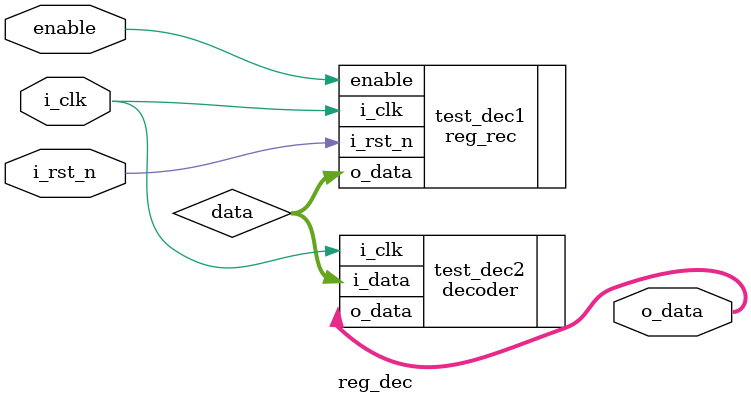
<source format=v>
module reg_dec (
    input i_clk,
    input i_rst_n,
    input enable,
    output [7:0] o_data
);

wire [19:0] data;

reg_rec test_dec1(
    .i_clk(i_clk),
    .i_rst_n(i_rst_n),
    .enable(enable),
    .o_data(data)
);

decoder test_dec2(
    .i_clk(i_clk),
    .i_data(data),
    .o_data(o_data)
);
    
endmodule
</source>
